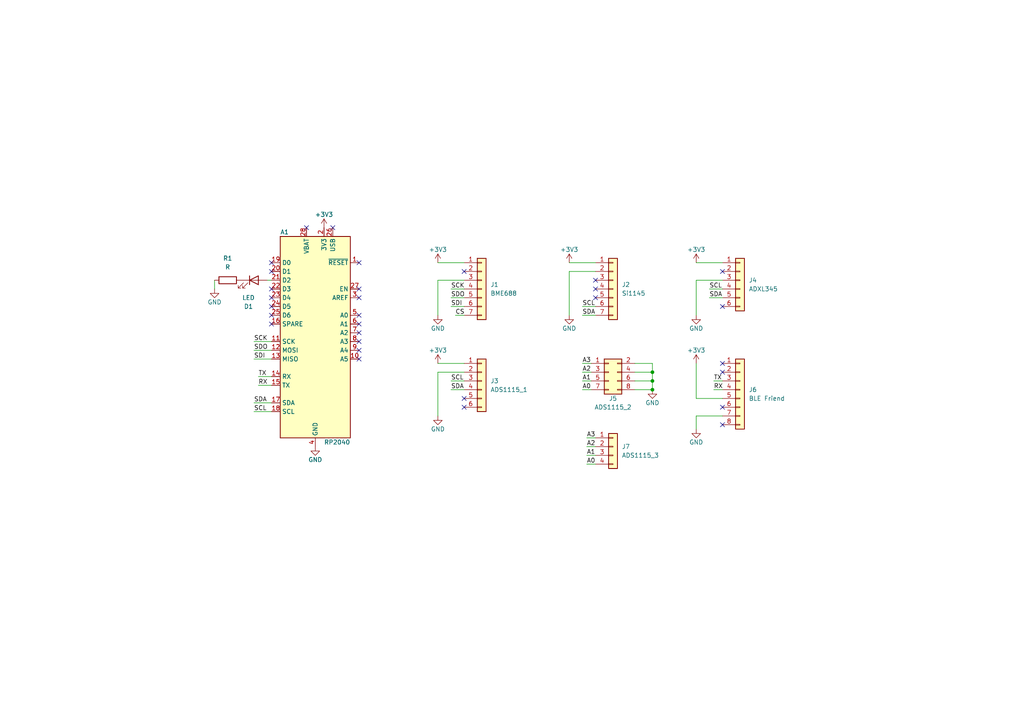
<source format=kicad_sch>
(kicad_sch (version 20211123) (generator eeschema)
  (paper "A4")
  (lib_symbols
    (symbol "Connector_Generic:Conn_01x04" (pin_names (offset 1.016) hide)
      (property "Reference" "J" (at 0 5.08 0))
      (property "Value" "Conn_01x04" (at 0 -7.62 0))
      (symbol "Conn_01x04_1_1"
        (rectangle (start -1.27 -4.953) (end 0 -5.207) (stroke (width 0.1524)))
        (rectangle (start -1.27 -2.413) (end 0 -2.667) (stroke (width 0.1524)))
        (rectangle (start -1.27 0.127) (end 0 -0.127) (stroke (width 0.1524)))
        (rectangle (start -1.27 2.667) (end 0 2.413) (stroke (width 0.1524)))
        (rectangle (start -1.27 3.81) (end 1.27 -6.35) (stroke (width 0.254)) (fill (type background)))
        (pin passive line (at -5.08 2.54 0) (length 3.81) (name "Pin_1") (number "1"))
        (pin passive line (at -5.08 0 0) (length 3.81) (name "Pin_2") (number "2"))
        (pin passive line (at -5.08 -2.54 0) (length 3.81) (name "Pin_3") (number "3"))
        (pin passive line (at -5.08 -5.08 0) (length 3.81) (name "Pin_4") (number "4"))
      )
    )
    (symbol "Connector_Generic:Conn_01x06" (pin_names (offset 1.016) hide)
      (property "Reference" "J" (at 0 7.62 0))
      (property "Value" "Conn_01x06" (at 0 -10.16 0))
      (symbol "Conn_01x06_1_1"
        (rectangle (start -1.27 -7.493) (end 0 -7.747) (stroke (width 0.1524)))
        (rectangle (start -1.27 -4.953) (end 0 -5.207) (stroke (width 0.1524)))
        (rectangle (start -1.27 -2.413) (end 0 -2.667) (stroke (width 0.1524)))
        (rectangle (start -1.27 0.127) (end 0 -0.127) (stroke (width 0.1524)))
        (rectangle (start -1.27 2.667) (end 0 2.413) (stroke (width 0.1524)))
        (rectangle (start -1.27 5.207) (end 0 4.953) (stroke (width 0.1524)))
        (rectangle (start -1.27 6.35) (end 1.27 -8.89) (stroke (width 0.254)) (fill (type background)))
        (pin passive line (at -5.08 5.08 0) (length 3.81) (name "Pin_1") (number "1"))
        (pin passive line (at -5.08 2.54 0) (length 3.81) (name "Pin_2") (number "2"))
        (pin passive line (at -5.08 0 0) (length 3.81) (name "Pin_3") (number "3"))
        (pin passive line (at -5.08 -2.54 0) (length 3.81) (name "Pin_4") (number "4"))
        (pin passive line (at -5.08 -5.08 0) (length 3.81) (name "Pin_5") (number "5"))
        (pin passive line (at -5.08 -7.62 0) (length 3.81) (name "Pin_6") (number "6"))
      )
    )
    (symbol "Connector_Generic:Conn_01x07" (pin_names (offset 1.016) hide)
      (property "Reference" "J" (at 0 10.16 0))
      (property "Value" "Conn_01x07" (at 0 -10.16 0))
      (symbol "Conn_01x07_1_1"
        (rectangle (start -1.27 -7.493) (end 0 -7.747) (stroke (width 0.1524)))
        (rectangle (start -1.27 -4.953) (end 0 -5.207) (stroke (width 0.1524)))
        (rectangle (start -1.27 -2.413) (end 0 -2.667) (stroke (width 0.1524)))
        (rectangle (start -1.27 0.127) (end 0 -0.127) (stroke (width 0.1524)))
        (rectangle (start -1.27 2.667) (end 0 2.413) (stroke (width 0.1524)))
        (rectangle (start -1.27 5.207) (end 0 4.953) (stroke (width 0.1524)))
        (rectangle (start -1.27 7.747) (end 0 7.493) (stroke (width 0.1524)))
        (rectangle (start -1.27 8.89) (end 1.27 -8.89) (stroke (width 0.254)) (fill (type background)))
        (pin passive line (at -5.08 7.62 0) (length 3.81) (name "Pin_1") (number "1"))
        (pin passive line (at -5.08 5.08 0) (length 3.81) (name "Pin_2") (number "2"))
        (pin passive line (at -5.08 2.54 0) (length 3.81) (name "Pin_3") (number "3"))
        (pin passive line (at -5.08 0 0) (length 3.81) (name "Pin_4") (number "4"))
        (pin passive line (at -5.08 -2.54 0) (length 3.81) (name "Pin_5") (number "5"))
        (pin passive line (at -5.08 -5.08 0) (length 3.81) (name "Pin_6") (number "6"))
        (pin passive line (at -5.08 -7.62 0) (length 3.81) (name "Pin_7") (number "7"))
      )
    )
    (symbol "Connector_Generic:Conn_01x08" (pin_names (offset 1.016) hide)
      (property "Reference" "J" (at 0 10.16 0))
      (property "Value" "Conn_01x08" (at 0 -12.7 0))
      (symbol "Conn_01x08_1_1"
        (rectangle (start -1.27 -10.033) (end 0 -10.287) (stroke (width 0.1524)))
        (rectangle (start -1.27 -7.493) (end 0 -7.747) (stroke (width 0.1524)))
        (rectangle (start -1.27 -4.953) (end 0 -5.207) (stroke (width 0.1524)))
        (rectangle (start -1.27 -2.413) (end 0 -2.667) (stroke (width 0.1524)))
        (rectangle (start -1.27 0.127) (end 0 -0.127) (stroke (width 0.1524)))
        (rectangle (start -1.27 2.667) (end 0 2.413) (stroke (width 0.1524)))
        (rectangle (start -1.27 5.207) (end 0 4.953) (stroke (width 0.1524)))
        (rectangle (start -1.27 7.747) (end 0 7.493) (stroke (width 0.1524)))
        (rectangle (start -1.27 8.89) (end 1.27 -11.43) (stroke (width 0.254)) (fill (type background)))
        (pin passive line (at -5.08 7.62 0) (length 3.81) (name "Pin_1") (number "1"))
        (pin passive line (at -5.08 5.08 0) (length 3.81) (name "Pin_2") (number "2"))
        (pin passive line (at -5.08 2.54 0) (length 3.81) (name "Pin_3") (number "3"))
        (pin passive line (at -5.08 0 0) (length 3.81) (name "Pin_4") (number "4"))
        (pin passive line (at -5.08 -2.54 0) (length 3.81) (name "Pin_5") (number "5"))
        (pin passive line (at -5.08 -5.08 0) (length 3.81) (name "Pin_6") (number "6"))
        (pin passive line (at -5.08 -7.62 0) (length 3.81) (name "Pin_7") (number "7"))
        (pin passive line (at -5.08 -10.16 0) (length 3.81) (name "Pin_8") (number "8"))
      )
    )
    (symbol "Connector_Generic:Conn_02x04_Odd_Even" (pin_names (offset 1.016) hide)
      (property "Reference" "J" (at 1.27 5.08 0))
      (property "Value" "Conn_02x04_Odd_Even" (at 1.27 -7.62 0))
      (symbol "Conn_02x04_Odd_Even_1_1"
        (rectangle (start -1.27 -4.953) (end 0 -5.207) (stroke (width 0.1524)))
        (rectangle (start -1.27 -2.413) (end 0 -2.667) (stroke (width 0.1524)))
        (rectangle (start -1.27 0.127) (end 0 -0.127) (stroke (width 0.1524)))
        (rectangle (start -1.27 2.667) (end 0 2.413) (stroke (width 0.1524)))
        (rectangle (start -1.27 3.81) (end 3.81 -6.35) (stroke (width 0.254)) (fill (type background)))
        (rectangle (start 3.81 -4.953) (end 2.54 -5.207) (stroke (width 0.1524)))
        (rectangle (start 3.81 -2.413) (end 2.54 -2.667) (stroke (width 0.1524)))
        (rectangle (start 3.81 0.127) (end 2.54 -0.127) (stroke (width 0.1524)))
        (rectangle (start 3.81 2.667) (end 2.54 2.413) (stroke (width 0.1524)))
        (pin passive line (at -5.08 2.54 0) (length 3.81) (name "Pin_1") (number "1"))
        (pin passive line (at 7.62 2.54 180) (length 3.81) (name "Pin_2") (number "2"))
        (pin passive line (at -5.08 0 0) (length 3.81) (name "Pin_3") (number "3"))
        (pin passive line (at 7.62 0 180) (length 3.81) (name "Pin_4") (number "4"))
        (pin passive line (at -5.08 -2.54 0) (length 3.81) (name "Pin_5") (number "5"))
        (pin passive line (at 7.62 -2.54 180) (length 3.81) (name "Pin_6") (number "6"))
        (pin passive line (at -5.08 -5.08 0) (length 3.81) (name "Pin_7") (number "7"))
        (pin passive line (at 7.62 -5.08 180) (length 3.81) (name "Pin_8") (number "8"))
      )
    )
    (symbol "Device:LED" (pin_numbers hide) (pin_names (offset 1.016) hide)
      (property "Reference" "D" (at 0 2.54 0))
      (property "Value" "LED" (at 0 -2.54 0))
      (symbol "LED_0_1"
        (polyline (pts (xy -1.27 -1.27) (xy -1.27 1.27)) (stroke (width 0.254)))
        (polyline (pts (xy -1.27 0) (xy 1.27 0)))
        (polyline (pts (xy 1.27 -1.27) (xy 1.27 1.27) (xy -1.27 0) (xy 1.27 -1.27)) (stroke (width 0.254)))
        (polyline (pts (xy -3.048 -0.762) (xy -4.572 -2.286) (xy -3.81 -2.286) (xy -4.572 -2.286) (xy -4.572 -1.524)))
        (polyline (pts (xy -1.778 -0.762) (xy -3.302 -2.286) (xy -2.54 -2.286) (xy -3.302 -2.286) (xy -3.302 -1.524)))
      )
      (symbol "LED_1_1"
        (pin passive line (at -3.81 0 0) (length 2.54) (name "K") (number "1"))
        (pin passive line (at 3.81 0 180) (length 2.54) (name "A") (number "2"))
      )
    )
    (symbol "Device:R" (pin_numbers hide) (pin_names (offset 0))
      (property "Reference" "R" (at 2.032 0 90))
      (property "Value" "R" (at 0 0 90))
      (symbol "R_0_1"
        (rectangle (start -1.016 -2.54) (end 1.016 2.54) (stroke (width 0.254)))
      )
      (symbol "R_1_1"
        (pin passive line (at 0 3.81 270) (length 1.27) (name "~") (number "1"))
        (pin passive line (at 0 -3.81 90) (length 1.27) (name "~") (number "2"))
      )
    )
    (symbol "MCU_Module:Adafruit_Feather_Generic"
      (property "Reference" "A" (at -10.16 29.21 0))
      (property "Value" "Adafruit_Feather_Generic" (at 2.54 -31.75 0))
      (symbol "Adafruit_Feather_Generic_0_1"
        (rectangle (start -10.16 27.94) (end 10.16 -30.48) (stroke (width 0.254)) (fill (type background)))
      )
      (symbol "Adafruit_Feather_Generic_1_1"
        (pin input line (at 12.7 20.32 180) (length 2.54) (name "~{RESET}") (number "1"))
        (pin bidirectional line (at 12.7 -7.62 180) (length 2.54) (name "A5") (number "10"))
        (pin bidirectional line (at -12.7 -2.54 0) (length 2.54) (name "SCK") (number "11"))
        (pin bidirectional line (at -12.7 -5.08 0) (length 2.54) (name "MOSI") (number "12"))
        (pin bidirectional line (at -12.7 -7.62 0) (length 2.54) (name "MISO") (number "13"))
        (pin bidirectional line (at -12.7 -12.7 0) (length 2.54) (name "RX") (number "14"))
        (pin bidirectional line (at -12.7 -15.24 0) (length 2.54) (name "TX") (number "15"))
        (pin bidirectional line (at -12.7 2.54 0) (length 2.54) (name "SPARE") (number "16"))
        (pin bidirectional line (at -12.7 -20.32 0) (length 2.54) (name "SDA") (number "17"))
        (pin bidirectional line (at -12.7 -22.86 0) (length 2.54) (name "SCL") (number "18"))
        (pin bidirectional line (at -12.7 20.32 0) (length 2.54) (name "D0") (number "19"))
        (pin power_in line (at 2.54 30.48 270) (length 2.54) (name "3V3") (number "2"))
        (pin bidirectional line (at -12.7 17.78 0) (length 2.54) (name "D1") (number "20"))
        (pin bidirectional line (at -12.7 15.24 0) (length 2.54) (name "D2") (number "21"))
        (pin bidirectional line (at -12.7 12.7 0) (length 2.54) (name "D3") (number "22"))
        (pin bidirectional line (at -12.7 10.16 0) (length 2.54) (name "D4") (number "23"))
        (pin bidirectional line (at -12.7 7.62 0) (length 2.54) (name "D5") (number "24"))
        (pin bidirectional line (at -12.7 5.08 0) (length 2.54) (name "D6") (number "25"))
        (pin power_in line (at 5.08 30.48 270) (length 2.54) (name "USB") (number "26"))
        (pin input line (at 12.7 12.7 180) (length 2.54) (name "EN") (number "27"))
        (pin power_in line (at -2.54 30.48 270) (length 2.54) (name "VBAT") (number "28"))
        (pin input line (at 12.7 10.16 180) (length 2.54) (name "AREF") (number "3"))
        (pin power_in line (at 0 -33.02 90) (length 2.54) (name "GND") (number "4"))
        (pin bidirectional line (at 12.7 5.08 180) (length 2.54) (name "A0") (number "5"))
        (pin bidirectional line (at 12.7 2.54 180) (length 2.54) (name "A1") (number "6"))
        (pin bidirectional line (at 12.7 0 180) (length 2.54) (name "A2") (number "7"))
        (pin bidirectional line (at 12.7 -2.54 180) (length 2.54) (name "A3") (number "8"))
        (pin bidirectional line (at 12.7 -5.08 180) (length 2.54) (name "A4") (number "9"))
      )
    )
    (symbol "power:+3V3" (power) (pin_names (offset 0))
      (property "Value" "+3V3" (at 0 3.556 0))
      (symbol "+3V3_0_1"
        (polyline (pts (xy -0.762 1.27) (xy 0 2.54)))
        (polyline (pts (xy 0 0) (xy 0 2.54)))
        (polyline (pts (xy 0 2.54) (xy 0.762 1.27)))
      )
      (symbol "+3V3_1_1"
        (pin power_in line (at 0 0 90) (length 0) hide (name "+3V3") (number "1"))
      )
    )
    (symbol "power:GND" (power) (pin_names (offset 0))
      (property "Value" "GND" (at 0 -3.81 0))
      (symbol "GND_0_1"
        (polyline (pts (xy 0 0) (xy 0 -1.27) (xy 1.27 -1.27) (xy 0 -2.54) (xy -1.27 -1.27) (xy 0 -1.27)))
      )
      (symbol "GND_1_1"
        (pin power_in line (at 0 0 270) (length 0) hide (name "GND") (number "1"))
      )
    )
  )
  (junction (at 189.23 107.95))
  (junction (at 189.23 113.03))
  (junction (at 189.23 110.49))
  (no_connect (at 209.55 123.19))
  (no_connect (at 88.9 66.04))
  (no_connect (at 96.52 66.04))
  (no_connect (at 104.14 76.2))
  (no_connect (at 104.14 83.82))
  (no_connect (at 104.14 86.36))
  (no_connect (at 104.14 101.6))
  (no_connect (at 104.14 104.14))
  (no_connect (at 104.14 91.44))
  (no_connect (at 104.14 93.98))
  (no_connect (at 104.14 99.06))
  (no_connect (at 104.14 96.52))
  (no_connect (at 172.72 83.82))
  (no_connect (at 209.55 88.9))
  (no_connect (at 134.62 118.11))
  (no_connect (at 134.62 115.57))
  (no_connect (at 209.55 105.41))
  (no_connect (at 209.55 107.95))
  (no_connect (at 209.55 78.74))
  (no_connect (at 172.72 81.28))
  (no_connect (at 78.74 86.36))
  (no_connect (at 78.74 88.9))
  (no_connect (at 78.74 91.44))
  (no_connect (at 78.74 93.98))
  (no_connect (at 78.74 76.2))
  (no_connect (at 78.74 78.74))
  (no_connect (at 78.74 83.82))
  (no_connect (at 209.55 118.11))
  (no_connect (at 172.72 86.36))
  (no_connect (at 134.62 78.74))
  (wire (pts (xy 73.66 119.38) (xy 78.74 119.38)))
  (wire (pts (xy 189.23 110.49) (xy 189.23 113.03)))
  (wire (pts (xy 130.81 83.82) (xy 134.62 83.82)))
  (wire (pts (xy 165.1 76.2) (xy 172.72 76.2)))
  (wire (pts (xy 170.18 127) (xy 172.72 127)))
  (wire (pts (xy 205.74 83.82) (xy 209.55 83.82)))
  (wire (pts (xy 168.91 107.95) (xy 171.45 107.95)))
  (wire (pts (xy 168.91 110.49) (xy 171.45 110.49)))
  (wire (pts (xy 168.91 113.03) (xy 171.45 113.03)))
  (wire (pts (xy 77.47 81.28) (xy 78.74 81.28)))
  (wire (pts (xy 189.23 105.41) (xy 189.23 107.95)))
  (wire (pts (xy 201.93 76.2) (xy 209.55 76.2)))
  (wire (pts (xy 168.91 105.41) (xy 171.45 105.41)))
  (wire (pts (xy 132.08 91.44) (xy 134.62 91.44)))
  (wire (pts (xy 127 105.41) (xy 134.62 105.41)))
  (wire (pts (xy 170.18 132.08) (xy 172.72 132.08)))
  (wire (pts (xy 170.18 134.62) (xy 172.72 134.62)))
  (wire (pts (xy 73.66 99.06) (xy 78.74 99.06)))
  (wire (pts (xy 130.81 88.9) (xy 134.62 88.9)))
  (wire (pts (xy 184.15 105.41) (xy 189.23 105.41)))
  (wire (pts (xy 172.72 78.74) (xy 165.1 78.74)))
  (wire (pts (xy 207.01 110.49) (xy 209.55 110.49)))
  (wire (pts (xy 189.23 107.95) (xy 189.23 110.49)))
  (wire (pts (xy 184.15 107.95) (xy 189.23 107.95)))
  (wire (pts (xy 127 81.28) (xy 127 91.44)))
  (wire (pts (xy 127 107.95) (xy 127 120.65)))
  (wire (pts (xy 73.66 116.84) (xy 78.74 116.84)))
  (wire (pts (xy 134.62 107.95) (xy 127 107.95)))
  (wire (pts (xy 74.93 111.76) (xy 78.74 111.76)))
  (wire (pts (xy 74.93 109.22) (xy 78.74 109.22)))
  (wire (pts (xy 62.23 81.28) (xy 62.23 83.82)))
  (wire (pts (xy 168.91 91.44) (xy 172.72 91.44)))
  (wire (pts (xy 201.93 81.28) (xy 201.93 91.44)))
  (wire (pts (xy 201.93 105.41) (xy 201.93 115.57)))
  (wire (pts (xy 201.93 120.65) (xy 201.93 124.46)))
  (wire (pts (xy 184.15 110.49) (xy 189.23 110.49)))
  (wire (pts (xy 205.74 86.36) (xy 209.55 86.36)))
  (wire (pts (xy 130.81 113.03) (xy 134.62 113.03)))
  (wire (pts (xy 168.91 88.9) (xy 172.72 88.9)))
  (wire (pts (xy 127 76.2) (xy 134.62 76.2)))
  (wire (pts (xy 165.1 78.74) (xy 165.1 91.44)))
  (wire (pts (xy 134.62 81.28) (xy 127 81.28)))
  (wire (pts (xy 170.18 129.54) (xy 172.72 129.54)))
  (wire (pts (xy 130.81 86.36) (xy 134.62 86.36)))
  (wire (pts (xy 184.15 113.03) (xy 189.23 113.03)))
  (wire (pts (xy 209.55 81.28) (xy 201.93 81.28)))
  (wire (pts (xy 73.66 104.14) (xy 78.74 104.14)))
  (wire (pts (xy 130.81 110.49) (xy 134.62 110.49)))
  (wire (pts (xy 209.55 120.65) (xy 201.93 120.65)))
  (wire (pts (xy 73.66 101.6) (xy 78.74 101.6)))
  (wire (pts (xy 201.93 115.57) (xy 209.55 115.57)))
  (wire (pts (xy 207.01 113.03) (xy 209.55 113.03)))
  (label "A1" (at 170.18 132.08 0))
  (label "SCL" (at 73.66 119.38 0))
  (label "SDO" (at 73.66 101.6 0))
  (label "SDI" (at 130.81 88.9 0))
  (label "SCL" (at 205.74 83.82 0))
  (label "SDI" (at 73.66 104.14 0))
  (label "SDO" (at 130.81 86.36 0))
  (label "RX" (at 74.93 111.76 0))
  (label "SCL" (at 130.81 110.49 0))
  (label "SDA" (at 205.74 86.36 0))
  (label "SCK" (at 73.66 99.06 0))
  (label "TX" (at 207.01 110.49 0))
  (label "RX" (at 207.01 113.03 0))
  (label "CS" (at 132.08 91.44 0))
  (label "SCK" (at 130.81 83.82 0))
  (label "A2" (at 170.18 129.54 0))
  (label "SDA" (at 168.91 91.44 0))
  (label "A3" (at 168.91 105.41 0))
  (label "SDA" (at 73.66 116.84 0))
  (label "TX" (at 74.93 109.22 0))
  (label "SDA" (at 130.81 113.03 0))
  (label "A0" (at 168.91 113.03 0))
  (label "A2" (at 168.91 107.95 0))
  (label "A0" (at 170.18 134.62 0))
  (label "SCL" (at 168.91 88.9 0))
  (label "A3" (at 170.18 127 0))
  (label "A1" (at 168.91 110.49 0))
  (symbol (lib_id "power:GND") (at 127 91.44 0) (unit 1)
    (property "Reference" "#PWR02" (effects hide))
    (property "Value" "GND" (at 127 95.25 0))
  )
  (symbol (lib_id "Connector_Generic:Conn_01x04") (at 177.8 129.54 0) (unit 1)
    (property "Reference" "J7" (at 180.34 129.5399 0) (effects (justify left)))
    (property "Value" "ADS1115_3" (at 180.34 132.0799 0) (effects (justify left)))
    (property "Footprint" "Connector_PinSocket_2.54mm:PinSocket_1x04_P2.54mm_Vertical" (effects hide))
  )
  (symbol (lib_id "Connector_Generic:Conn_02x04_Odd_Even") (at 176.53 107.95 0) (unit 1)
    (property "Reference" "J5" (at 177.8 115.57 0))
    (property "Value" "ADS1115_2" (at 177.8 118.11 0))
    (property "Footprint" "Connector_PinSocket_2.54mm:PinSocket_2x04_P2.54mm_Vertical" (effects hide))
  )
  (symbol (lib_id "Device:LED") (at 73.66 81.28 0) (unit 1)
    (property "Reference" "D1" (at 72.0725 88.9 0))
    (property "Value" "LED" (at 72.0725 86.36 0))
    (property "Footprint" "LED_THT:LED_D5.0mm" (effects hide))
  )
  (symbol (lib_id "power:+3V3") (at 127 76.2 0) (unit 1)
    (property "Reference" "#PWR01" (effects hide))
    (property "Value" "+3V3" (at 127 72.39 0))
  )
  (symbol (lib_id "power:GND") (at 165.1 91.44 0) (unit 1)
    (property "Reference" "#PWR04" (effects hide))
    (property "Value" "GND" (at 165.1 95.25 0))
  )
  (symbol (lib_id "power:+3V3") (at 201.93 105.41 0) (unit 1)
    (property "Reference" "#PWR010" (effects hide))
    (property "Value" "+3V3" (at 201.93 101.6 0))
  )
  (symbol (lib_id "Connector_Generic:Conn_01x08") (at 214.63 113.03 0) (unit 1)
    (property "Reference" "J6" (at 217.17 113.0299 0) (effects (justify left)))
    (property "Value" "BLE Friend" (at 217.17 115.5699 0) (effects (justify left)))
    (property "Footprint" "Connector_PinSocket_2.54mm:PinSocket_1x08_P2.54mm_Vertical" (effects hide))
  )
  (symbol (lib_id "Connector_Generic:Conn_01x07") (at 139.7 83.82 0) (unit 1)
    (property "Reference" "J1" (at 142.24 82.5499 0) (effects (justify left)))
    (property "Value" "BME688" (at 142.24 85.0899 0) (effects (justify left)))
    (property "Footprint" "Connector_PinSocket_2.54mm:PinSocket_1x07_P2.54mm_Vertical" (effects hide))
  )
  (symbol (lib_id "power:GND") (at 201.93 91.44 0) (unit 1)
    (property "Reference" "#PWR09" (effects hide))
    (property "Value" "GND" (at 201.93 95.25 0))
  )
  (symbol (lib_id "Connector_Generic:Conn_01x07") (at 177.8 83.82 0) (unit 1)
    (property "Reference" "J2" (at 180.34 82.5499 0) (effects (justify left)))
    (property "Value" "Si1145" (at 180.34 85.0899 0) (effects (justify left)))
    (property "Footprint" "Connector_PinSocket_2.54mm:PinSocket_1x07_P2.54mm_Vertical" (effects hide))
  )
  (symbol (lib_id "power:GND") (at 201.93 124.46 0) (unit 1)
    (property "Reference" "#PWR011" (effects hide))
    (property "Value" "GND" (at 201.93 128.27 0))
  )
  (symbol (lib_id "power:+3V3") (at 93.98 66.04 0) (unit 1)
    (property "Reference" "#PWR014" (effects hide))
    (property "Value" "+3V3" (at 93.98 62.23 0))
  )
  (symbol (lib_id "power:+3V3") (at 201.93 76.2 0) (unit 1)
    (property "Reference" "#PWR08" (effects hide))
    (property "Value" "+3V3" (at 201.93 72.39 0))
  )
  (symbol (lib_id "power:+3V3") (at 165.1 76.2 0) (unit 1)
    (property "Reference" "#PWR03" (effects hide))
    (property "Value" "+3V3" (at 165.1 72.39 0))
  )
  (symbol (lib_id "power:GND") (at 62.23 83.82 0) (unit 1)
    (property "Reference" "#PWR012" (effects hide))
    (property "Value" "GND" (at 62.23 87.63 0))
  )
  (symbol (lib_id "power:GND") (at 189.23 113.03 0) (unit 1)
    (property "Reference" "#PWR07" (effects hide))
    (property "Value" "GND" (at 189.23 116.84 0))
  )
  (symbol (lib_id "power:+3V3") (at 127 105.41 0) (unit 1)
    (property "Reference" "#PWR05" (effects hide))
    (property "Value" "+3V3" (at 127 101.6 0))
  )
  (symbol (lib_id "power:GND") (at 127 120.65 0) (unit 1)
    (property "Reference" "#PWR06" (effects hide))
    (property "Value" "GND" (at 127 124.46 0))
  )
  (symbol (lib_id "MCU_Module:Adafruit_Feather_Generic") (at 91.44 96.52 0) (unit 1)
    (property "Reference" "A1" (at 81.28 67.31 0) (effects (justify left)))
    (property "Value" "RP2040" (at 93.98 128.27 0) (effects (justify left)))
    (property "Footprint" "Module:Adafruit_Feather" (effects hide))
    (property "Datasheet" "https://cdn-learn.adafruit.com/downloads/pdf/adafruit-feather.pdf" (effects hide))
  )
  (symbol (lib_id "power:GND") (at 91.44 129.54 0) (unit 1)
    (property "Reference" "#PWR013" (effects hide))
    (property "Value" "GND" (at 91.44 133.35 0))
  )
  (symbol (lib_id "Connector_Generic:Conn_01x06") (at 139.7 110.49 0) (unit 1)
    (property "Reference" "J3" (at 142.24 110.4899 0) (effects (justify left)))
    (property "Value" "ADS1115_1" (at 142.24 113.0299 0) (effects (justify left)))
    (property "Footprint" "Connector_PinSocket_2.54mm:PinSocket_1x06_P2.54mm_Vertical" (effects hide))
  )
  (symbol (lib_id "Device:R") (at 66.04 81.28 90) (unit 1)
    (property "Reference" "R1" (at 66.04 74.93 90))
    (property "Value" "R" (at 66.04 77.47 90))
    (property "Footprint" "Resistor_THT:R_Axial_DIN0309_L9.0mm_D3.2mm_P12.70mm_Horizontal" (effects hide))
  )
  (symbol (lib_id "Connector_Generic:Conn_01x06") (at 214.63 81.28 0) (unit 1)
    (property "Reference" "J4" (at 217.17 81.2799 0) (effects (justify left)))
    (property "Value" "ADXL345" (at 217.17 83.8199 0) (effects (justify left)))
    (property "Footprint" "Connector_PinSocket_2.54mm:PinSocket_1x06_P2.54mm_Vertical" (effects hide))
  )
)
</source>
